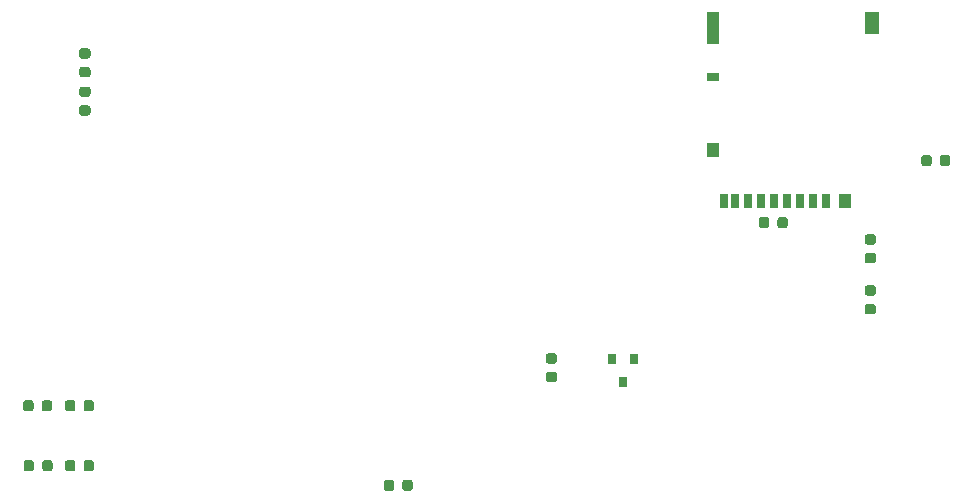
<source format=gbr>
%TF.GenerationSoftware,KiCad,Pcbnew,(5.1.6)-1*%
%TF.CreationDate,2022-03-23T15:28:11-04:00*%
%TF.ProjectId,MPPT_picoShield,4d505054-5f70-4696-936f-536869656c64,rev?*%
%TF.SameCoordinates,Original*%
%TF.FileFunction,Paste,Bot*%
%TF.FilePolarity,Positive*%
%FSLAX46Y46*%
G04 Gerber Fmt 4.6, Leading zero omitted, Abs format (unit mm)*
G04 Created by KiCad (PCBNEW (5.1.6)-1) date 2022-03-23 15:28:11*
%MOMM*%
%LPD*%
G01*
G04 APERTURE LIST*
%ADD10R,0.800000X0.900000*%
%ADD11R,1.300000X1.900000*%
%ADD12R,1.000000X2.800000*%
%ADD13R,1.000000X0.800000*%
%ADD14R,1.000000X1.200000*%
%ADD15R,0.700000X1.200000*%
G04 APERTURE END LIST*
%TO.C,C33*%
G36*
G01*
X81493750Y-26137500D02*
X82006250Y-26137500D01*
G75*
G02*
X82225000Y-26356250I0J-218750D01*
G01*
X82225000Y-26793750D01*
G75*
G02*
X82006250Y-27012500I-218750J0D01*
G01*
X81493750Y-27012500D01*
G75*
G02*
X81275000Y-26793750I0J218750D01*
G01*
X81275000Y-26356250D01*
G75*
G02*
X81493750Y-26137500I218750J0D01*
G01*
G37*
G36*
G01*
X81493750Y-24562500D02*
X82006250Y-24562500D01*
G75*
G02*
X82225000Y-24781250I0J-218750D01*
G01*
X82225000Y-25218750D01*
G75*
G02*
X82006250Y-25437500I-218750J0D01*
G01*
X81493750Y-25437500D01*
G75*
G02*
X81275000Y-25218750I0J218750D01*
G01*
X81275000Y-24781250D01*
G75*
G02*
X81493750Y-24562500I218750J0D01*
G01*
G37*
%TD*%
%TO.C,C32*%
G36*
G01*
X82006250Y-21112500D02*
X81493750Y-21112500D01*
G75*
G02*
X81275000Y-20893750I0J218750D01*
G01*
X81275000Y-20456250D01*
G75*
G02*
X81493750Y-20237500I218750J0D01*
G01*
X82006250Y-20237500D01*
G75*
G02*
X82225000Y-20456250I0J-218750D01*
G01*
X82225000Y-20893750D01*
G75*
G02*
X82006250Y-21112500I-218750J0D01*
G01*
G37*
G36*
G01*
X82006250Y-22687500D02*
X81493750Y-22687500D01*
G75*
G02*
X81275000Y-22468750I0J218750D01*
G01*
X81275000Y-22031250D01*
G75*
G02*
X81493750Y-21812500I218750J0D01*
G01*
X82006250Y-21812500D01*
G75*
G02*
X82225000Y-22031250I0J-218750D01*
G01*
X82225000Y-22468750D01*
G75*
G02*
X82006250Y-22687500I-218750J0D01*
G01*
G37*
%TD*%
%TO.C,C31*%
G36*
G01*
X87637500Y-14256250D02*
X87637500Y-13743750D01*
G75*
G02*
X87856250Y-13525000I218750J0D01*
G01*
X88293750Y-13525000D01*
G75*
G02*
X88512500Y-13743750I0J-218750D01*
G01*
X88512500Y-14256250D01*
G75*
G02*
X88293750Y-14475000I-218750J0D01*
G01*
X87856250Y-14475000D01*
G75*
G02*
X87637500Y-14256250I0J218750D01*
G01*
G37*
G36*
G01*
X86062500Y-14256250D02*
X86062500Y-13743750D01*
G75*
G02*
X86281250Y-13525000I218750J0D01*
G01*
X86718750Y-13525000D01*
G75*
G02*
X86937500Y-13743750I0J-218750D01*
G01*
X86937500Y-14256250D01*
G75*
G02*
X86718750Y-14475000I-218750J0D01*
G01*
X86281250Y-14475000D01*
G75*
G02*
X86062500Y-14256250I0J218750D01*
G01*
G37*
%TD*%
%TO.C,R35*%
G36*
G01*
X15137500Y-35006250D02*
X15137500Y-34493750D01*
G75*
G02*
X15356250Y-34275000I218750J0D01*
G01*
X15793750Y-34275000D01*
G75*
G02*
X16012500Y-34493750I0J-218750D01*
G01*
X16012500Y-35006250D01*
G75*
G02*
X15793750Y-35225000I-218750J0D01*
G01*
X15356250Y-35225000D01*
G75*
G02*
X15137500Y-35006250I0J218750D01*
G01*
G37*
G36*
G01*
X13562500Y-35006250D02*
X13562500Y-34493750D01*
G75*
G02*
X13781250Y-34275000I218750J0D01*
G01*
X14218750Y-34275000D01*
G75*
G02*
X14437500Y-34493750I0J-218750D01*
G01*
X14437500Y-35006250D01*
G75*
G02*
X14218750Y-35225000I-218750J0D01*
G01*
X13781250Y-35225000D01*
G75*
G02*
X13562500Y-35006250I0J218750D01*
G01*
G37*
%TD*%
%TO.C,R34*%
G36*
G01*
X11600000Y-35006250D02*
X11600000Y-34493750D01*
G75*
G02*
X11818750Y-34275000I218750J0D01*
G01*
X12256250Y-34275000D01*
G75*
G02*
X12475000Y-34493750I0J-218750D01*
G01*
X12475000Y-35006250D01*
G75*
G02*
X12256250Y-35225000I-218750J0D01*
G01*
X11818750Y-35225000D01*
G75*
G02*
X11600000Y-35006250I0J218750D01*
G01*
G37*
G36*
G01*
X10025000Y-35006250D02*
X10025000Y-34493750D01*
G75*
G02*
X10243750Y-34275000I218750J0D01*
G01*
X10681250Y-34275000D01*
G75*
G02*
X10900000Y-34493750I0J-218750D01*
G01*
X10900000Y-35006250D01*
G75*
G02*
X10681250Y-35225000I-218750J0D01*
G01*
X10243750Y-35225000D01*
G75*
G02*
X10025000Y-35006250I0J218750D01*
G01*
G37*
%TD*%
%TO.C,R33*%
G36*
G01*
X15137500Y-40086250D02*
X15137500Y-39573750D01*
G75*
G02*
X15356250Y-39355000I218750J0D01*
G01*
X15793750Y-39355000D01*
G75*
G02*
X16012500Y-39573750I0J-218750D01*
G01*
X16012500Y-40086250D01*
G75*
G02*
X15793750Y-40305000I-218750J0D01*
G01*
X15356250Y-40305000D01*
G75*
G02*
X15137500Y-40086250I0J218750D01*
G01*
G37*
G36*
G01*
X13562500Y-40086250D02*
X13562500Y-39573750D01*
G75*
G02*
X13781250Y-39355000I218750J0D01*
G01*
X14218750Y-39355000D01*
G75*
G02*
X14437500Y-39573750I0J-218750D01*
G01*
X14437500Y-40086250D01*
G75*
G02*
X14218750Y-40305000I-218750J0D01*
G01*
X13781250Y-40305000D01*
G75*
G02*
X13562500Y-40086250I0J218750D01*
G01*
G37*
%TD*%
%TO.C,R32*%
G36*
G01*
X11637500Y-40086250D02*
X11637500Y-39573750D01*
G75*
G02*
X11856250Y-39355000I218750J0D01*
G01*
X12293750Y-39355000D01*
G75*
G02*
X12512500Y-39573750I0J-218750D01*
G01*
X12512500Y-40086250D01*
G75*
G02*
X12293750Y-40305000I-218750J0D01*
G01*
X11856250Y-40305000D01*
G75*
G02*
X11637500Y-40086250I0J218750D01*
G01*
G37*
G36*
G01*
X10062500Y-40086250D02*
X10062500Y-39573750D01*
G75*
G02*
X10281250Y-39355000I218750J0D01*
G01*
X10718750Y-39355000D01*
G75*
G02*
X10937500Y-39573750I0J-218750D01*
G01*
X10937500Y-40086250D01*
G75*
G02*
X10718750Y-40305000I-218750J0D01*
G01*
X10281250Y-40305000D01*
G75*
G02*
X10062500Y-40086250I0J218750D01*
G01*
G37*
%TD*%
%TO.C,R31*%
G36*
G01*
X15506250Y-5362500D02*
X14993750Y-5362500D01*
G75*
G02*
X14775000Y-5143750I0J218750D01*
G01*
X14775000Y-4706250D01*
G75*
G02*
X14993750Y-4487500I218750J0D01*
G01*
X15506250Y-4487500D01*
G75*
G02*
X15725000Y-4706250I0J-218750D01*
G01*
X15725000Y-5143750D01*
G75*
G02*
X15506250Y-5362500I-218750J0D01*
G01*
G37*
G36*
G01*
X15506250Y-6937500D02*
X14993750Y-6937500D01*
G75*
G02*
X14775000Y-6718750I0J218750D01*
G01*
X14775000Y-6281250D01*
G75*
G02*
X14993750Y-6062500I218750J0D01*
G01*
X15506250Y-6062500D01*
G75*
G02*
X15725000Y-6281250I0J-218750D01*
G01*
X15725000Y-6718750D01*
G75*
G02*
X15506250Y-6937500I-218750J0D01*
G01*
G37*
%TD*%
%TO.C,R30*%
G36*
G01*
X15506250Y-8612500D02*
X14993750Y-8612500D01*
G75*
G02*
X14775000Y-8393750I0J218750D01*
G01*
X14775000Y-7956250D01*
G75*
G02*
X14993750Y-7737500I218750J0D01*
G01*
X15506250Y-7737500D01*
G75*
G02*
X15725000Y-7956250I0J-218750D01*
G01*
X15725000Y-8393750D01*
G75*
G02*
X15506250Y-8612500I-218750J0D01*
G01*
G37*
G36*
G01*
X15506250Y-10187500D02*
X14993750Y-10187500D01*
G75*
G02*
X14775000Y-9968750I0J218750D01*
G01*
X14775000Y-9531250D01*
G75*
G02*
X14993750Y-9312500I218750J0D01*
G01*
X15506250Y-9312500D01*
G75*
G02*
X15725000Y-9531250I0J-218750D01*
G01*
X15725000Y-9968750D01*
G75*
G02*
X15506250Y-10187500I-218750J0D01*
G01*
G37*
%TD*%
%TO.C,R13*%
G36*
G01*
X42137500Y-41748751D02*
X42137500Y-41236251D01*
G75*
G02*
X42356250Y-41017501I218750J0D01*
G01*
X42793750Y-41017501D01*
G75*
G02*
X43012500Y-41236251I0J-218750D01*
G01*
X43012500Y-41748751D01*
G75*
G02*
X42793750Y-41967501I-218750J0D01*
G01*
X42356250Y-41967501D01*
G75*
G02*
X42137500Y-41748751I0J218750D01*
G01*
G37*
G36*
G01*
X40562500Y-41748751D02*
X40562500Y-41236251D01*
G75*
G02*
X40781250Y-41017501I218750J0D01*
G01*
X41218750Y-41017501D01*
G75*
G02*
X41437500Y-41236251I0J-218750D01*
G01*
X41437500Y-41748751D01*
G75*
G02*
X41218750Y-41967501I-218750J0D01*
G01*
X40781250Y-41967501D01*
G75*
G02*
X40562500Y-41748751I0J218750D01*
G01*
G37*
%TD*%
%TO.C,R6*%
G36*
G01*
X54493750Y-31887500D02*
X55006250Y-31887500D01*
G75*
G02*
X55225000Y-32106250I0J-218750D01*
G01*
X55225000Y-32543750D01*
G75*
G02*
X55006250Y-32762500I-218750J0D01*
G01*
X54493750Y-32762500D01*
G75*
G02*
X54275000Y-32543750I0J218750D01*
G01*
X54275000Y-32106250D01*
G75*
G02*
X54493750Y-31887500I218750J0D01*
G01*
G37*
G36*
G01*
X54493750Y-30312500D02*
X55006250Y-30312500D01*
G75*
G02*
X55225000Y-30531250I0J-218750D01*
G01*
X55225000Y-30968750D01*
G75*
G02*
X55006250Y-31187500I-218750J0D01*
G01*
X54493750Y-31187500D01*
G75*
G02*
X54275000Y-30968750I0J218750D01*
G01*
X54275000Y-30531250D01*
G75*
G02*
X54493750Y-30312500I218750J0D01*
G01*
G37*
%TD*%
D10*
%TO.C,Q3*%
X60800000Y-32750000D03*
X61750000Y-30750000D03*
X59850000Y-30750000D03*
%TD*%
D11*
%TO.C,J4*%
X81925000Y-2312000D03*
D12*
X68425000Y-2763000D03*
D13*
X68425000Y-6913000D03*
D14*
X68425000Y-13112000D03*
D15*
X69375000Y-17412000D03*
D14*
X79575000Y-17412000D03*
D15*
X70325000Y-17412000D03*
X71425000Y-17412000D03*
X72525000Y-17412000D03*
X73625000Y-17412000D03*
X74725000Y-17412000D03*
X75825000Y-17412000D03*
X76925000Y-17412000D03*
X78025000Y-17412000D03*
%TD*%
%TO.C,C11*%
G36*
G01*
X73187500Y-18993750D02*
X73187500Y-19506250D01*
G75*
G02*
X72968750Y-19725000I-218750J0D01*
G01*
X72531250Y-19725000D01*
G75*
G02*
X72312500Y-19506250I0J218750D01*
G01*
X72312500Y-18993750D01*
G75*
G02*
X72531250Y-18775000I218750J0D01*
G01*
X72968750Y-18775000D01*
G75*
G02*
X73187500Y-18993750I0J-218750D01*
G01*
G37*
G36*
G01*
X74762500Y-18993750D02*
X74762500Y-19506250D01*
G75*
G02*
X74543750Y-19725000I-218750J0D01*
G01*
X74106250Y-19725000D01*
G75*
G02*
X73887500Y-19506250I0J218750D01*
G01*
X73887500Y-18993750D01*
G75*
G02*
X74106250Y-18775000I218750J0D01*
G01*
X74543750Y-18775000D01*
G75*
G02*
X74762500Y-18993750I0J-218750D01*
G01*
G37*
%TD*%
M02*

</source>
